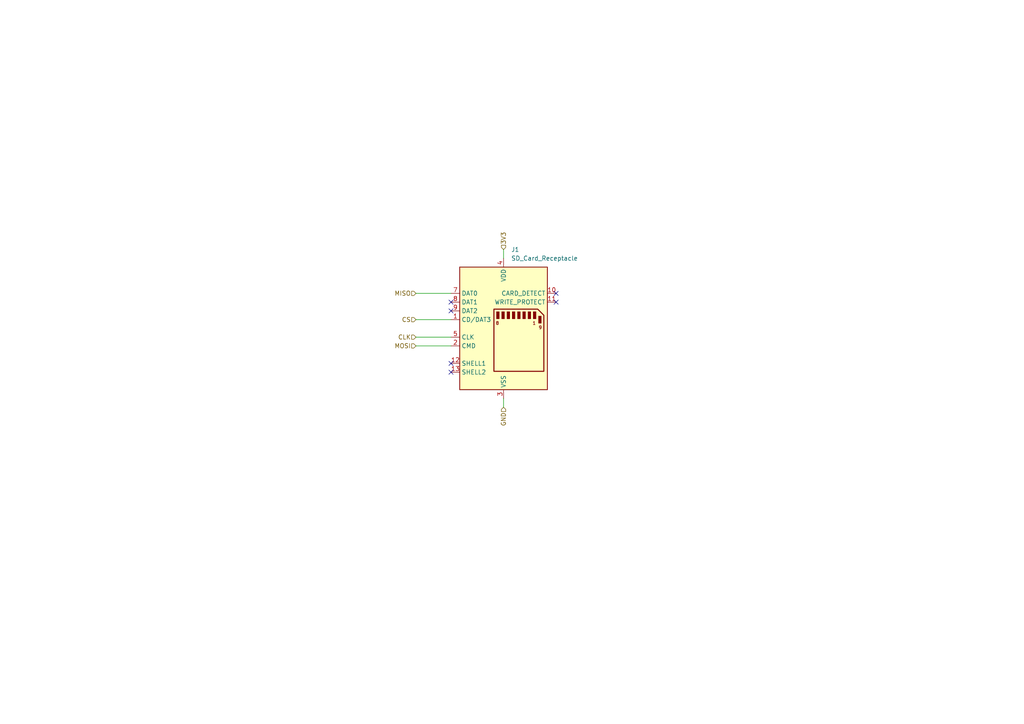
<source format=kicad_sch>
(kicad_sch (version 20231120) (generator "eeschema") (generator_version "8.0")
  (paper "A4")
  (title_block (title "SD Card") (date "2024-08-08") (rev "1.1") (company "Associació Cultural TGK"))
  (lib_symbols
    (symbol "Connector:SD_Card_Receptacle"
      (property "Reference" "J" (at -11.938 19.304 0))
      (property "Value" "SD_Card_Receptacle" (at 10.922 -19.558 0))
      (symbol "SD_Card_Receptacle_0_1"
        (rectangle (start -2.032 2.794) (end -1.27 4.826) (fill (type outline)))
        (rectangle (start -0.508 2.794) (end 0.254 4.826) (fill (type outline)))
        (rectangle (start 1.016 2.794) (end 1.778 4.826) (fill (type outline)))
        (rectangle (start 2.54 2.794) (end 3.302 4.826) (fill (type outline)))
        (rectangle (start 4.064 2.794) (end 4.826 4.826) (fill (type outline)))
        (rectangle (start 5.588 2.794) (end 6.35 4.826) (fill (type outline)))
        (rectangle (start 7.112 2.794) (end 7.874 4.826) (fill (type outline)))
        (rectangle (start 8.636 2.794) (end 9.398 4.826) (fill (type outline)))
        (rectangle (start 10.16 1.524) (end 10.922 3.556) (fill (type outline)))
      )
      (symbol "SD_Card_Receptacle_1_1"
        (rectangle (start -12.7 17.78) (end 12.7 -17.78) (stroke (width 0.254)) (fill (type background)))
        (polyline (pts (xy 9.906 5.588) (xy -2.794 5.588) (xy -2.794 -12.446) (xy 11.684 -12.446) (xy 11.684 3.81) (xy 9.906 5.588)) (stroke (width 0.3)))
        (text "1" (at 8.89 1.524 0) (effects (font (size 0.9 0.9))))
        (text "8" (at -1.778 1.524 0) (effects (font (size 0.9 0.9))))
        (text "9" (at 10.668 0.254 0) (effects (font (size 0.9 0.9))))
        (pin bidirectional line (at -15.24 2.54 0) (length 2.54) (name "CD/DAT3") (number "1"))
        (pin output line (at 15.24 10.16 180) (length 2.54) (name "CARD_DETECT") (number "10"))
        (pin output line (at 15.24 7.62 180) (length 2.54) (name "WRITE_PROTECT") (number "11"))
        (pin passive line (at -15.24 -10.16 0) (length 2.54) (name "SHELL1") (number "12"))
        (pin passive line (at -15.24 -12.7 0) (length 2.54) (name "SHELL2") (number "13"))
        (pin bidirectional line (at -15.24 -5.08 0) (length 2.54) (name "CMD") (number "2"))
        (pin power_in line (at 0 -20.32 90) (length 2.54) (name "VSS") (number "3"))
        (pin power_in line (at 0 20.32 270) (length 2.54) (name "VDD") (number "4"))
        (pin input line (at -15.24 -2.54 0) (length 2.54) (name "CLK") (number "5"))
        (pin passive line (at 0 -20.32 90) (length 2.54) hide (name "VSS") (number "6"))
        (pin bidirectional line (at -15.24 10.16 0) (length 2.54) (name "DAT0") (number "7"))
        (pin bidirectional line (at -15.24 7.62 0) (length 2.54) (name "DAT1") (number "8"))
        (pin bidirectional line (at -15.24 5.08 0) (length 2.54) (name "DAT2") (number "9"))
      )
    )
  )
  (no_connect (at 130.81 90.17))
  (no_connect (at 161.29 87.63))
  (no_connect (at 130.81 105.41))
  (no_connect (at 130.81 107.95))
  (no_connect (at 130.81 87.63))
  (no_connect (at 161.29 85.09))
  (wire (pts (xy 120.65 97.79) (xy 130.81 97.79)))
  (wire (pts (xy 146.05 72.39) (xy 146.05 74.93)))
  (wire (pts (xy 120.65 92.71) (xy 130.81 92.71)))
  (wire (pts (xy 146.05 115.57) (xy 146.05 118.11)))
  (wire (pts (xy 120.65 100.33) (xy 130.81 100.33)))
  (wire (pts (xy 120.65 85.09) (xy 130.81 85.09)))
  (hierarchical_label "3V3" (shape input) (at 146.05 72.39 90))
  (hierarchical_label "MOSI" (shape input) (at 120.65 100.33 180))
  (hierarchical_label "CS" (shape input) (at 120.65 92.71 180))
  (hierarchical_label "GND" (shape input) (at 146.05 118.11 270))
  (hierarchical_label "MISO" (shape input) (at 120.65 85.09 180))
  (hierarchical_label "CLK" (shape input) (at 120.65 97.79 180))
  (symbol (lib_id "Connector:SD_Card_Receptacle") (at 146.05 95.25 0) (unit 1)
    (property "Reference" "J1" (at 148.2441 72.39 0) (effects (justify left)))
    (property "Value" "SD_Card_Receptacle" (at 148.2441 74.93 0) (effects (justify left)))
    (property "Datasheet" "http://portal.fciconnect.com/Comergent//fci/drawing/10067847.pdf" (effects (hide yes)))
    (property "Description" "SD card receptacle" (effects (hide yes)))
  )
)
</source>
